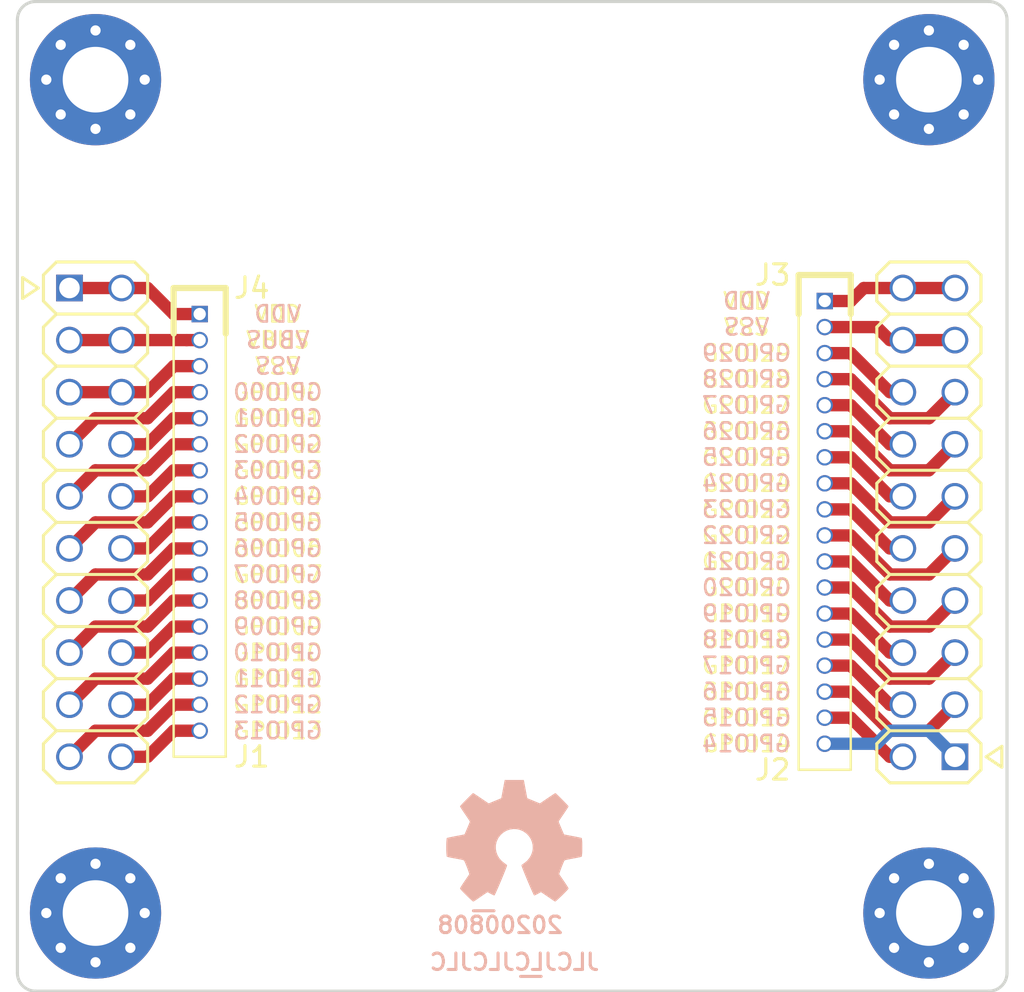
<source format=kicad_pcb>
(kicad_pcb (version 20171130) (host pcbnew 5.1.6-c6e7f7d~87~ubuntu19.10.1)

  (general
    (thickness 1.6)
    (drawings 78)
    (tracks 127)
    (zones 0)
    (modules 11)
    (nets 36)
  )

  (page A4)
  (layers
    (0 F.Cu signal)
    (31 B.Cu signal)
    (32 B.Adhes user)
    (33 F.Adhes user)
    (34 B.Paste user)
    (35 F.Paste user)
    (36 B.SilkS user)
    (37 F.SilkS user)
    (38 B.Mask user)
    (39 F.Mask user)
    (40 Dwgs.User user)
    (41 Cmts.User user)
    (42 Eco1.User user)
    (43 Eco2.User user)
    (44 Edge.Cuts user)
    (45 Margin user)
    (46 B.CrtYd user)
    (47 F.CrtYd user)
    (48 B.Fab user)
    (49 F.Fab user)
  )

  (setup
    (last_trace_width 0.127)
    (user_trace_width 0.15)
    (user_trace_width 0.2)
    (user_trace_width 0.3)
    (user_trace_width 0.4)
    (user_trace_width 0.6)
    (user_trace_width 1)
    (user_trace_width 1.5)
    (user_trace_width 2)
    (trace_clearance 0.127)
    (zone_clearance 0.3)
    (zone_45_only no)
    (trace_min 0.127)
    (via_size 0.6)
    (via_drill 0.3)
    (via_min_size 0.6)
    (via_min_drill 0.3)
    (user_via 0.6 0.3)
    (user_via 0.65 0.4)
    (user_via 0.75 0.6)
    (user_via 0.95 0.8)
    (user_via 1.3 1)
    (user_via 1.5 1.2)
    (user_via 1.7 1.4)
    (user_via 1.9 1.6)
    (uvia_size 0.6)
    (uvia_drill 0.3)
    (uvias_allowed no)
    (uvia_min_size 0.381)
    (uvia_min_drill 0.254)
    (edge_width 0.15)
    (segment_width 0.2)
    (pcb_text_width 0.3)
    (pcb_text_size 1.5 1.5)
    (mod_edge_width 0.15)
    (mod_text_size 0.8 0.8)
    (mod_text_width 0.12)
    (pad_size 0.7 1.8)
    (pad_drill 0)
    (pad_to_mask_clearance 0.1)
    (aux_axis_origin 0 0)
    (visible_elements FFFFFF7F)
    (pcbplotparams
      (layerselection 0x010fc_ffffffff)
      (usegerberextensions false)
      (usegerberattributes false)
      (usegerberadvancedattributes false)
      (creategerberjobfile false)
      (excludeedgelayer false)
      (linewidth 0.150000)
      (plotframeref false)
      (viasonmask false)
      (mode 1)
      (useauxorigin false)
      (hpglpennumber 1)
      (hpglpenspeed 20)
      (hpglpendiameter 15.000000)
      (psnegative false)
      (psa4output false)
      (plotreference true)
      (plotvalue true)
      (plotinvisibletext false)
      (padsonsilk false)
      (subtractmaskfromsilk false)
      (outputformat 1)
      (mirror false)
      (drillshape 0)
      (scaleselection 1)
      (outputdirectory "plots/"))
  )

  (net 0 "")
  (net 1 /VBUS)
  (net 2 /GPIO_13)
  (net 3 /GPIO_12)
  (net 4 /GPIO_11)
  (net 5 /GPIO_10)
  (net 6 /GPIO_09)
  (net 7 /GPIO_08)
  (net 8 /GPIO_07)
  (net 9 /GPIO_06)
  (net 10 /GPIO_05)
  (net 11 /GPIO_04)
  (net 12 /GPIO_03)
  (net 13 /GPIO_02)
  (net 14 /GPIO_01)
  (net 15 /GPIO_00)
  (net 16 /VSS1)
  (net 17 /VDD1)
  (net 18 /VDD2)
  (net 19 /VSS2)
  (net 20 /GPIO_29)
  (net 21 /GPIO_28)
  (net 22 /GPIO_27)
  (net 23 /GPIO_26)
  (net 24 /GPIO_25)
  (net 25 /GPIO_24)
  (net 26 /GPIO_23)
  (net 27 /GPIO_22)
  (net 28 /GPIO_21)
  (net 29 /GPIO_20)
  (net 30 /GPIO_19)
  (net 31 /GPIO_18)
  (net 32 /GPIO_17)
  (net 33 /GPIO_16)
  (net 34 /GPIO_15)
  (net 35 /GPIO_14)

  (net_class Default "This is the default net class."
    (clearance 0.127)
    (trace_width 0.127)
    (via_dia 0.6)
    (via_drill 0.3)
    (uvia_dia 0.6)
    (uvia_drill 0.3)
    (add_net /GPIO_00)
    (add_net /GPIO_01)
    (add_net /GPIO_02)
    (add_net /GPIO_03)
    (add_net /GPIO_04)
    (add_net /GPIO_05)
    (add_net /GPIO_06)
    (add_net /GPIO_07)
    (add_net /GPIO_08)
    (add_net /GPIO_09)
    (add_net /GPIO_10)
    (add_net /GPIO_11)
    (add_net /GPIO_12)
    (add_net /GPIO_13)
    (add_net /GPIO_14)
    (add_net /GPIO_15)
    (add_net /GPIO_16)
    (add_net /GPIO_17)
    (add_net /GPIO_18)
    (add_net /GPIO_19)
    (add_net /GPIO_20)
    (add_net /GPIO_21)
    (add_net /GPIO_22)
    (add_net /GPIO_23)
    (add_net /GPIO_24)
    (add_net /GPIO_25)
    (add_net /GPIO_26)
    (add_net /GPIO_27)
    (add_net /GPIO_28)
    (add_net /GPIO_29)
    (add_net /VBUS)
    (add_net /VDD1)
    (add_net /VDD2)
    (add_net /VSS1)
    (add_net /VSS2)
  )

  (module SquantorConnectors:Header-0127-1X17-H006 (layer F.Cu) (tedit 5F2DCE78) (tstamp 5F2E3A7C)
    (at 69.85 86.36 270)
    (descr "Header 1.27mm pitch 1 by 17 with 0.6mm holes")
    (tags "Header 1.27mm 1*17")
    (path /5F34098B)
    (fp_text reference J4 (at -11.43 -2.54 180) (layer F.SilkS)
      (effects (font (size 1 1) (thickness 0.15)))
    )
    (fp_text value PINS_1X17 (at 0 2.2 90) (layer F.Fab)
      (effects (font (size 1 1) (thickness 0.15)))
    )
    (fp_line (start -11.72 1.5) (end -11.72 -1.5) (layer F.CrtYd) (width 0.12))
    (fp_line (start 11.68 1.5) (end -11.72 1.5) (layer F.CrtYd) (width 0.12))
    (fp_line (start 11.68 -1.5) (end 11.68 1.5) (layer F.CrtYd) (width 0.12))
    (fp_line (start -11.72 -1.5) (end 11.68 -1.5) (layer F.CrtYd) (width 0.12))
    (fp_line (start 11.43 -1.27) (end 11.43 1.27) (layer F.SilkS) (width 0.12))
    (fp_line (start -9.2075 -1.27) (end -11.43 -1.27) (layer F.SilkS) (width 0.3))
    (fp_line (start -11.43 1.27) (end -9.2075 1.27) (layer F.SilkS) (width 0.3))
    (fp_line (start -11.43 1.27) (end -11.43 -1.27) (layer F.SilkS) (width 0.3))
    (fp_line (start -9.2075 -1.27) (end 11.43 -1.27) (layer F.SilkS) (width 0.12))
    (fp_line (start 11.43 1.27) (end -9.2075 1.27) (layer F.SilkS) (width 0.12))
    (pad 17 thru_hole circle (at 10.16 0 270) (size 0.8 0.8) (drill 0.6) (layers *.Cu *.Mask)
      (net 2 /GPIO_13))
    (pad 16 thru_hole circle (at 8.89 0 270) (size 0.8 0.8) (drill 0.6) (layers *.Cu *.Mask)
      (net 3 /GPIO_12))
    (pad 15 thru_hole circle (at 7.62 0 270) (size 0.8 0.8) (drill 0.6) (layers *.Cu *.Mask)
      (net 4 /GPIO_11))
    (pad 14 thru_hole circle (at 6.35 0 270) (size 0.8 0.8) (drill 0.6) (layers *.Cu *.Mask)
      (net 5 /GPIO_10))
    (pad 13 thru_hole circle (at 5.08 0 270) (size 0.8 0.8) (drill 0.6) (layers *.Cu *.Mask)
      (net 6 /GPIO_09))
    (pad 12 thru_hole circle (at 3.81 0 270) (size 0.8 0.8) (drill 0.6) (layers *.Cu *.Mask)
      (net 7 /GPIO_08))
    (pad 11 thru_hole circle (at 2.54 0 270) (size 0.8 0.8) (drill 0.6) (layers *.Cu *.Mask)
      (net 8 /GPIO_07))
    (pad 10 thru_hole circle (at 1.27 0 270) (size 0.8 0.8) (drill 0.6) (layers *.Cu *.Mask)
      (net 9 /GPIO_06))
    (pad 9 thru_hole circle (at 0 0 270) (size 0.8 0.8) (drill 0.6) (layers *.Cu *.Mask)
      (net 10 /GPIO_05))
    (pad 8 thru_hole circle (at -1.27 0 270) (size 0.8 0.8) (drill 0.6) (layers *.Cu *.Mask)
      (net 11 /GPIO_04))
    (pad 7 thru_hole circle (at -2.54 0 270) (size 0.8 0.8) (drill 0.6) (layers *.Cu *.Mask)
      (net 12 /GPIO_03))
    (pad 6 thru_hole circle (at -3.81 0 270) (size 0.8 0.8) (drill 0.6) (layers *.Cu *.Mask)
      (net 13 /GPIO_02))
    (pad 5 thru_hole circle (at -5.08 0 270) (size 0.8 0.8) (drill 0.6) (layers *.Cu *.Mask)
      (net 14 /GPIO_01))
    (pad 4 thru_hole circle (at -6.35 0 270) (size 0.8 0.8) (drill 0.6) (layers *.Cu *.Mask)
      (net 15 /GPIO_00))
    (pad 3 thru_hole circle (at -7.62 0 270) (size 0.8 0.8) (drill 0.6) (layers *.Cu *.Mask)
      (net 16 /VSS1))
    (pad 2 thru_hole circle (at -8.89 0 270) (size 0.8 0.8) (drill 0.6) (layers *.Cu *.Mask)
      (net 1 /VBUS))
    (pad 1 thru_hole rect (at -10.16 0 270) (size 0.8 0.8) (drill 0.6) (layers *.Cu *.Mask)
      (net 17 /VDD1))
  )

  (module SquantorConnectors:Header-0127-1X18-H006 (layer F.Cu) (tedit 5F2DCF55) (tstamp 5F2E3A61)
    (at 100.33 86.36 270)
    (descr "Header 1.27mm pitch 1 by 18 with 0.6mm holes")
    (tags "Header 1.27mm 1*18")
    (path /5F3585BD)
    (fp_text reference J3 (at -12.065 2.54 180) (layer F.SilkS)
      (effects (font (size 1 1) (thickness 0.15)))
    )
    (fp_text value PINS_1X18 (at 0 2.3 90) (layer F.Fab)
      (effects (font (size 1 1) (thickness 0.15)))
    )
    (fp_line (start -12.3 1.5) (end -12.3 -1.5) (layer F.CrtYd) (width 0.12))
    (fp_line (start 12.3 1.5) (end -12.3 1.5) (layer F.CrtYd) (width 0.12))
    (fp_line (start 12.3 -1.5) (end 12.3 1.5) (layer F.CrtYd) (width 0.12))
    (fp_line (start -12.3 -1.5) (end 12.3 -1.5) (layer F.CrtYd) (width 0.12))
    (fp_line (start -10.16 1.27) (end 12.065 1.27) (layer F.SilkS) (width 0.12))
    (fp_line (start 12.065 -1.27) (end -10.16 -1.27) (layer F.SilkS) (width 0.12))
    (fp_line (start -10.16 -1.27) (end -12.065 -1.27) (layer F.SilkS) (width 0.3))
    (fp_line (start -12.065 1.27) (end -10.16 1.27) (layer F.SilkS) (width 0.3))
    (fp_line (start -12.065 1.27) (end -12.065 -1.27) (layer F.SilkS) (width 0.3))
    (fp_line (start 12.065 -1.27) (end 12.065 1.27) (layer F.SilkS) (width 0.12))
    (pad 18 thru_hole circle (at 10.795 0 270) (size 0.8 0.8) (drill 0.6) (layers *.Cu *.Mask)
      (net 35 /GPIO_14))
    (pad 1 thru_hole rect (at -10.795 0 270) (size 0.8 0.8) (drill 0.6) (layers *.Cu *.Mask)
      (net 18 /VDD2))
    (pad 2 thru_hole circle (at -9.525 0 270) (size 0.8 0.8) (drill 0.6) (layers *.Cu *.Mask)
      (net 19 /VSS2))
    (pad 3 thru_hole circle (at -8.255 0 270) (size 0.8 0.8) (drill 0.6) (layers *.Cu *.Mask)
      (net 20 /GPIO_29))
    (pad 4 thru_hole circle (at -6.985 0 270) (size 0.8 0.8) (drill 0.6) (layers *.Cu *.Mask)
      (net 21 /GPIO_28))
    (pad 5 thru_hole circle (at -5.715 0 270) (size 0.8 0.8) (drill 0.6) (layers *.Cu *.Mask)
      (net 22 /GPIO_27))
    (pad 6 thru_hole circle (at -4.445 0 270) (size 0.8 0.8) (drill 0.6) (layers *.Cu *.Mask)
      (net 23 /GPIO_26))
    (pad 7 thru_hole circle (at -3.175 0 270) (size 0.8 0.8) (drill 0.6) (layers *.Cu *.Mask)
      (net 24 /GPIO_25))
    (pad 8 thru_hole circle (at -1.905 0 270) (size 0.8 0.8) (drill 0.6) (layers *.Cu *.Mask)
      (net 25 /GPIO_24))
    (pad 9 thru_hole circle (at -0.635 0 270) (size 0.8 0.8) (drill 0.6) (layers *.Cu *.Mask)
      (net 26 /GPIO_23))
    (pad 10 thru_hole circle (at 0.635 0 270) (size 0.8 0.8) (drill 0.6) (layers *.Cu *.Mask)
      (net 27 /GPIO_22))
    (pad 11 thru_hole circle (at 1.905 0 270) (size 0.8 0.8) (drill 0.6) (layers *.Cu *.Mask)
      (net 28 /GPIO_21))
    (pad 12 thru_hole circle (at 3.175 0 270) (size 0.8 0.8) (drill 0.6) (layers *.Cu *.Mask)
      (net 29 /GPIO_20))
    (pad 13 thru_hole circle (at 4.445 0 270) (size 0.8 0.8) (drill 0.6) (layers *.Cu *.Mask)
      (net 30 /GPIO_19))
    (pad 14 thru_hole circle (at 5.715 0 270) (size 0.8 0.8) (drill 0.6) (layers *.Cu *.Mask)
      (net 31 /GPIO_18))
    (pad 15 thru_hole circle (at 6.985 0 270) (size 0.8 0.8) (drill 0.6) (layers *.Cu *.Mask)
      (net 32 /GPIO_17))
    (pad 16 thru_hole circle (at 8.255 0 270) (size 0.8 0.8) (drill 0.6) (layers *.Cu *.Mask)
      (net 33 /GPIO_16))
    (pad 17 thru_hole circle (at 9.525 0 270) (size 0.8 0.8) (drill 0.6) (layers *.Cu *.Mask)
      (net 34 /GPIO_15))
  )

  (module SquantorLabels:Label_Generic (layer B.Cu) (tedit 5D8A7D4C) (tstamp 5D89B8A1)
    (at 83.7 105.9)
    (descr "Label for general purpose use")
    (tags Label)
    (path /5D6A68B9)
    (attr smd)
    (fp_text reference N2 (at 0 -1.85) (layer B.Fab) hide
      (effects (font (size 1 1) (thickness 0.15)) (justify mirror))
    )
    (fp_text value 20200808 (at 0.8 0.1) (layer B.SilkS)
      (effects (font (size 0.8 0.8) (thickness 0.15)) (justify mirror))
    )
    (fp_line (start -0.5 -0.6) (end 0.5 -0.6) (layer B.SilkS) (width 0.15))
  )

  (module Symbol:OSHW-Symbol_6.7x6mm_SilkScreen (layer B.Cu) (tedit 0) (tstamp 5D89B895)
    (at 85.2 101.9 180)
    (descr "Open Source Hardware Symbol")
    (tags "Logo Symbol OSHW")
    (path /5A135869)
    (attr virtual)
    (fp_text reference N1 (at 0 0) (layer B.SilkS) hide
      (effects (font (size 1 1) (thickness 0.15)) (justify mirror))
    )
    (fp_text value OHWLOGO (at 0.75 0) (layer B.Fab) hide
      (effects (font (size 1 1) (thickness 0.15)) (justify mirror))
    )
    (fp_poly (pts (xy 0.555814 2.531069) (xy 0.639635 2.086445) (xy 0.94892 1.958947) (xy 1.258206 1.831449)
      (xy 1.629246 2.083754) (xy 1.733157 2.154004) (xy 1.827087 2.216728) (xy 1.906652 2.269062)
      (xy 1.96747 2.308143) (xy 2.005157 2.331107) (xy 2.015421 2.336058) (xy 2.03391 2.323324)
      (xy 2.07342 2.288118) (xy 2.129522 2.234938) (xy 2.197787 2.168282) (xy 2.273786 2.092646)
      (xy 2.353092 2.012528) (xy 2.431275 1.932426) (xy 2.503907 1.856836) (xy 2.566559 1.790255)
      (xy 2.614803 1.737182) (xy 2.64421 1.702113) (xy 2.651241 1.690377) (xy 2.641123 1.66874)
      (xy 2.612759 1.621338) (xy 2.569129 1.552807) (xy 2.513218 1.467785) (xy 2.448006 1.370907)
      (xy 2.410219 1.31565) (xy 2.341343 1.214752) (xy 2.28014 1.123701) (xy 2.229578 1.04703)
      (xy 2.192628 0.989272) (xy 2.172258 0.954957) (xy 2.169197 0.947746) (xy 2.176136 0.927252)
      (xy 2.195051 0.879487) (xy 2.223087 0.811168) (xy 2.257391 0.729011) (xy 2.295109 0.63973)
      (xy 2.333387 0.550042) (xy 2.36937 0.466662) (xy 2.400206 0.396306) (xy 2.423039 0.34569)
      (xy 2.435017 0.321529) (xy 2.435724 0.320578) (xy 2.454531 0.315964) (xy 2.504618 0.305672)
      (xy 2.580793 0.290713) (xy 2.677865 0.272099) (xy 2.790643 0.250841) (xy 2.856442 0.238582)
      (xy 2.97695 0.215638) (xy 3.085797 0.193805) (xy 3.177476 0.174278) (xy 3.246481 0.158252)
      (xy 3.287304 0.146921) (xy 3.295511 0.143326) (xy 3.303548 0.118994) (xy 3.310033 0.064041)
      (xy 3.31497 -0.015108) (xy 3.318364 -0.112026) (xy 3.320218 -0.220287) (xy 3.320538 -0.333465)
      (xy 3.319327 -0.445135) (xy 3.31659 -0.548868) (xy 3.312331 -0.638241) (xy 3.306555 -0.706826)
      (xy 3.299267 -0.748197) (xy 3.294895 -0.75681) (xy 3.268764 -0.767133) (xy 3.213393 -0.781892)
      (xy 3.136107 -0.799352) (xy 3.04423 -0.81778) (xy 3.012158 -0.823741) (xy 2.857524 -0.852066)
      (xy 2.735375 -0.874876) (xy 2.641673 -0.89308) (xy 2.572384 -0.907583) (xy 2.523471 -0.919292)
      (xy 2.490897 -0.929115) (xy 2.470628 -0.937956) (xy 2.458626 -0.946724) (xy 2.456947 -0.948457)
      (xy 2.440184 -0.976371) (xy 2.414614 -1.030695) (xy 2.382788 -1.104777) (xy 2.34726 -1.191965)
      (xy 2.310583 -1.285608) (xy 2.275311 -1.379052) (xy 2.243996 -1.465647) (xy 2.219193 -1.53874)
      (xy 2.203454 -1.591678) (xy 2.199332 -1.617811) (xy 2.199676 -1.618726) (xy 2.213641 -1.640086)
      (xy 2.245322 -1.687084) (xy 2.291391 -1.754827) (xy 2.348518 -1.838423) (xy 2.413373 -1.932982)
      (xy 2.431843 -1.959854) (xy 2.497699 -2.057275) (xy 2.55565 -2.146163) (xy 2.602538 -2.221412)
      (xy 2.635207 -2.27792) (xy 2.6505 -2.310581) (xy 2.651241 -2.314593) (xy 2.638392 -2.335684)
      (xy 2.602888 -2.377464) (xy 2.549293 -2.435445) (xy 2.482171 -2.505135) (xy 2.406087 -2.582045)
      (xy 2.325604 -2.661683) (xy 2.245287 -2.739561) (xy 2.169699 -2.811186) (xy 2.103405 -2.87207)
      (xy 2.050969 -2.917721) (xy 2.016955 -2.94365) (xy 2.007545 -2.947883) (xy 1.985643 -2.937912)
      (xy 1.9408 -2.91102) (xy 1.880321 -2.871736) (xy 1.833789 -2.840117) (xy 1.749475 -2.782098)
      (xy 1.649626 -2.713784) (xy 1.549473 -2.645579) (xy 1.495627 -2.609075) (xy 1.313371 -2.4858)
      (xy 1.160381 -2.56852) (xy 1.090682 -2.604759) (xy 1.031414 -2.632926) (xy 0.991311 -2.648991)
      (xy 0.981103 -2.651226) (xy 0.968829 -2.634722) (xy 0.944613 -2.588082) (xy 0.910263 -2.515609)
      (xy 0.867588 -2.421606) (xy 0.818394 -2.310374) (xy 0.76449 -2.186215) (xy 0.707684 -2.053432)
      (xy 0.649782 -1.916327) (xy 0.592593 -1.779202) (xy 0.537924 -1.646358) (xy 0.487584 -1.522098)
      (xy 0.44338 -1.410725) (xy 0.407119 -1.316539) (xy 0.380609 -1.243844) (xy 0.365658 -1.196941)
      (xy 0.363254 -1.180833) (xy 0.382311 -1.160286) (xy 0.424036 -1.126933) (xy 0.479706 -1.087702)
      (xy 0.484378 -1.084599) (xy 0.628264 -0.969423) (xy 0.744283 -0.835053) (xy 0.83143 -0.685784)
      (xy 0.888699 -0.525913) (xy 0.915086 -0.359737) (xy 0.909585 -0.191552) (xy 0.87119 -0.025655)
      (xy 0.798895 0.133658) (xy 0.777626 0.168513) (xy 0.666996 0.309263) (xy 0.536302 0.422286)
      (xy 0.390064 0.506997) (xy 0.232808 0.562806) (xy 0.069057 0.589126) (xy -0.096667 0.58537)
      (xy -0.259838 0.55095) (xy -0.415935 0.485277) (xy -0.560433 0.387765) (xy -0.605131 0.348187)
      (xy -0.718888 0.224297) (xy -0.801782 0.093876) (xy -0.858644 -0.052315) (xy -0.890313 -0.197088)
      (xy -0.898131 -0.35986) (xy -0.872062 -0.52344) (xy -0.814755 -0.682298) (xy -0.728856 -0.830906)
      (xy -0.617014 -0.963735) (xy -0.481877 -1.075256) (xy -0.464117 -1.087011) (xy -0.40785 -1.125508)
      (xy -0.365077 -1.158863) (xy -0.344628 -1.18016) (xy -0.344331 -1.180833) (xy -0.348721 -1.203871)
      (xy -0.366124 -1.256157) (xy -0.394732 -1.33339) (xy -0.432735 -1.431268) (xy -0.478326 -1.545491)
      (xy -0.529697 -1.671758) (xy -0.585038 -1.805767) (xy -0.642542 -1.943218) (xy -0.700399 -2.079808)
      (xy -0.756802 -2.211237) (xy -0.809942 -2.333205) (xy -0.85801 -2.441409) (xy -0.899199 -2.531549)
      (xy -0.931699 -2.599323) (xy -0.953703 -2.64043) (xy -0.962564 -2.651226) (xy -0.98964 -2.642819)
      (xy -1.040303 -2.620272) (xy -1.105817 -2.587613) (xy -1.141841 -2.56852) (xy -1.294832 -2.4858)
      (xy -1.477088 -2.609075) (xy -1.570125 -2.672228) (xy -1.671985 -2.741727) (xy -1.767438 -2.807165)
      (xy -1.81525 -2.840117) (xy -1.882495 -2.885273) (xy -1.939436 -2.921057) (xy -1.978646 -2.942938)
      (xy -1.991381 -2.947563) (xy -2.009917 -2.935085) (xy -2.050941 -2.900252) (xy -2.110475 -2.846678)
      (xy -2.184542 -2.777983) (xy -2.269165 -2.697781) (xy -2.322685 -2.646286) (xy -2.416319 -2.554286)
      (xy -2.497241 -2.471999) (xy -2.562177 -2.402945) (xy -2.607858 -2.350644) (xy -2.631011 -2.318616)
      (xy -2.633232 -2.312116) (xy -2.622924 -2.287394) (xy -2.594439 -2.237405) (xy -2.550937 -2.167212)
      (xy -2.495577 -2.081875) (xy -2.43152 -1.986456) (xy -2.413303 -1.959854) (xy -2.346927 -1.863167)
      (xy -2.287378 -1.776117) (xy -2.237984 -1.703595) (xy -2.202075 -1.650493) (xy -2.182981 -1.621703)
      (xy -2.181136 -1.618726) (xy -2.183895 -1.595782) (xy -2.198538 -1.545336) (xy -2.222513 -1.474041)
      (xy -2.253266 -1.388547) (xy -2.288244 -1.295507) (xy -2.324893 -1.201574) (xy -2.360661 -1.113399)
      (xy -2.392994 -1.037634) (xy -2.419338 -0.980931) (xy -2.437142 -0.949943) (xy -2.438407 -0.948457)
      (xy -2.449294 -0.939601) (xy -2.467682 -0.930843) (xy -2.497606 -0.921277) (xy -2.543103 -0.909996)
      (xy -2.608209 -0.896093) (xy -2.696961 -0.878663) (xy -2.813393 -0.856798) (xy -2.961542 -0.829591)
      (xy -2.993618 -0.823741) (xy -3.088686 -0.805374) (xy -3.171565 -0.787405) (xy -3.23493 -0.771569)
      (xy -3.271458 -0.7596) (xy -3.276356 -0.75681) (xy -3.284427 -0.732072) (xy -3.290987 -0.67679)
      (xy -3.296033 -0.597389) (xy -3.299559 -0.500296) (xy -3.301561 -0.391938) (xy -3.302036 -0.27874)
      (xy -3.300977 -0.167128) (xy -3.298382 -0.063529) (xy -3.294246 0.025632) (xy -3.288563 0.093928)
      (xy -3.281331 0.134934) (xy -3.276971 0.143326) (xy -3.252698 0.151792) (xy -3.197426 0.165565)
      (xy -3.116662 0.18345) (xy -3.015912 0.204252) (xy -2.900683 0.226777) (xy -2.837902 0.238582)
      (xy -2.718787 0.260849) (xy -2.612565 0.281021) (xy -2.524427 0.298085) (xy -2.459566 0.311031)
      (xy -2.423174 0.318845) (xy -2.417184 0.320578) (xy -2.407061 0.34011) (xy -2.385662 0.387157)
      (xy -2.355839 0.454997) (xy -2.320445 0.536909) (xy -2.282332 0.626172) (xy -2.244353 0.716065)
      (xy -2.20936 0.799865) (xy -2.180206 0.870853) (xy -2.159743 0.922306) (xy -2.150823 0.947503)
      (xy -2.150657 0.948604) (xy -2.160769 0.968481) (xy -2.189117 1.014223) (xy -2.232723 1.081283)
      (xy -2.288606 1.165116) (xy -2.353787 1.261174) (xy -2.391679 1.31635) (xy -2.460725 1.417519)
      (xy -2.52205 1.50937) (xy -2.572663 1.587256) (xy -2.609571 1.646531) (xy -2.629782 1.682549)
      (xy -2.632701 1.690623) (xy -2.620153 1.709416) (xy -2.585463 1.749543) (xy -2.533063 1.806507)
      (xy -2.467384 1.875815) (xy -2.392856 1.952969) (xy -2.313913 2.033475) (xy -2.234983 2.112837)
      (xy -2.1605 2.18656) (xy -2.094894 2.250148) (xy -2.042596 2.299106) (xy -2.008039 2.328939)
      (xy -1.996478 2.336058) (xy -1.977654 2.326047) (xy -1.932631 2.297922) (xy -1.865787 2.254546)
      (xy -1.781499 2.198782) (xy -1.684144 2.133494) (xy -1.610707 2.083754) (xy -1.239667 1.831449)
      (xy -0.621095 2.086445) (xy -0.537275 2.531069) (xy -0.453454 2.975693) (xy 0.471994 2.975693)
      (xy 0.555814 2.531069)) (layer B.SilkS) (width 0.01))
  )

  (module SquantorConnectors:Header-0254-2X10-H010 (layer F.Cu) (tedit 5D87C4C2) (tstamp 5F2AA098)
    (at 105.41 86.36 90)
    (descr "PIN HEADER")
    (tags "PIN HEADER")
    (path /5F2AD81B)
    (attr virtual)
    (fp_text reference J2 (at -12.065 -7.62 180) (layer F.SilkS)
      (effects (font (size 1 1) (thickness 0.15)))
    )
    (fp_text value nuclone_small_right (at 0 3.81 90) (layer F.Fab)
      (effects (font (size 1 1) (thickness 0.15)))
    )
    (fp_line (start -12.7 1.905) (end -12.065 2.54) (layer F.SilkS) (width 0.15))
    (fp_line (start -10.795 2.54) (end -10.16 1.905) (layer F.SilkS) (width 0.15))
    (fp_line (start -10.16 1.905) (end -9.525 2.54) (layer F.SilkS) (width 0.15))
    (fp_line (start -8.255 2.54) (end -7.62 1.905) (layer F.SilkS) (width 0.15))
    (fp_line (start -7.62 1.905) (end -6.985 2.54) (layer F.SilkS) (width 0.15))
    (fp_line (start -5.715 2.54) (end -5.08 1.905) (layer F.SilkS) (width 0.15))
    (fp_line (start -5.08 1.905) (end -4.445 2.54) (layer F.SilkS) (width 0.15))
    (fp_line (start -3.175 2.54) (end -2.54 1.905) (layer F.SilkS) (width 0.15))
    (fp_line (start -2.54 1.905) (end -1.905 2.54) (layer F.SilkS) (width 0.15))
    (fp_line (start -0.635 2.54) (end 0 1.905) (layer F.SilkS) (width 0.15))
    (fp_line (start 0 1.905) (end 0.635 2.54) (layer F.SilkS) (width 0.15))
    (fp_line (start 1.905 2.54) (end 2.54 1.905) (layer F.SilkS) (width 0.15))
    (fp_line (start -12.7 1.905) (end -12.7 -1.905) (layer F.SilkS) (width 0.15))
    (fp_line (start -12.7 -1.905) (end -12.065 -2.54) (layer F.SilkS) (width 0.15))
    (fp_line (start -12.065 -2.54) (end -10.795 -2.54) (layer F.SilkS) (width 0.15))
    (fp_line (start -10.795 -2.54) (end -10.16 -1.905) (layer F.SilkS) (width 0.15))
    (fp_line (start -10.16 -1.905) (end -9.525 -2.54) (layer F.SilkS) (width 0.15))
    (fp_line (start -9.525 -2.54) (end -8.255 -2.54) (layer F.SilkS) (width 0.15))
    (fp_line (start -8.255 -2.54) (end -7.62 -1.905) (layer F.SilkS) (width 0.15))
    (fp_line (start -7.62 -1.905) (end -6.985 -2.54) (layer F.SilkS) (width 0.15))
    (fp_line (start -6.985 -2.54) (end -5.715 -2.54) (layer F.SilkS) (width 0.15))
    (fp_line (start -5.715 -2.54) (end -5.08 -1.905) (layer F.SilkS) (width 0.15))
    (fp_line (start -5.08 -1.905) (end -4.445 -2.54) (layer F.SilkS) (width 0.15))
    (fp_line (start -4.445 -2.54) (end -3.175 -2.54) (layer F.SilkS) (width 0.15))
    (fp_line (start -3.175 -2.54) (end -2.54 -1.905) (layer F.SilkS) (width 0.15))
    (fp_line (start -2.54 -1.905) (end -1.905 -2.54) (layer F.SilkS) (width 0.15))
    (fp_line (start -1.905 -2.54) (end -0.635 -2.54) (layer F.SilkS) (width 0.15))
    (fp_line (start -0.635 -2.54) (end 0 -1.905) (layer F.SilkS) (width 0.15))
    (fp_line (start 0 -1.905) (end 0.635 -2.54) (layer F.SilkS) (width 0.15))
    (fp_line (start 0.635 -2.54) (end 1.905 -2.54) (layer F.SilkS) (width 0.15))
    (fp_line (start 1.905 -2.54) (end 2.54 -1.905) (layer F.SilkS) (width 0.15))
    (fp_line (start 2.54 -1.905) (end 3.175 -2.54) (layer F.SilkS) (width 0.15))
    (fp_line (start 3.175 -2.54) (end 4.445 -2.54) (layer F.SilkS) (width 0.15))
    (fp_line (start 4.445 -2.54) (end 5.08 -1.905) (layer F.SilkS) (width 0.15))
    (fp_line (start 5.08 -1.905) (end 5.715 -2.54) (layer F.SilkS) (width 0.15))
    (fp_line (start 5.715 -2.54) (end 6.985 -2.54) (layer F.SilkS) (width 0.15))
    (fp_line (start 6.985 -2.54) (end 7.62 -1.905) (layer F.SilkS) (width 0.15))
    (fp_line (start 7.62 -1.905) (end 8.255 -2.54) (layer F.SilkS) (width 0.15))
    (fp_line (start 8.255 -2.54) (end 9.525 -2.54) (layer F.SilkS) (width 0.15))
    (fp_line (start 9.525 -2.54) (end 10.16 -1.905) (layer F.SilkS) (width 0.15))
    (fp_line (start 10.16 1.905) (end 9.525 2.54) (layer F.SilkS) (width 0.15))
    (fp_line (start 7.62 1.905) (end 8.255 2.54) (layer F.SilkS) (width 0.15))
    (fp_line (start 7.62 1.905) (end 6.985 2.54) (layer F.SilkS) (width 0.15))
    (fp_line (start 5.08 1.905) (end 5.715 2.54) (layer F.SilkS) (width 0.15))
    (fp_line (start 5.08 1.905) (end 4.445 2.54) (layer F.SilkS) (width 0.15))
    (fp_line (start 2.54 1.905) (end 3.175 2.54) (layer F.SilkS) (width 0.15))
    (fp_line (start -10.16 -1.905) (end -10.16 1.905) (layer F.SilkS) (width 0.15))
    (fp_line (start -7.62 -1.905) (end -7.62 1.905) (layer F.SilkS) (width 0.15))
    (fp_line (start -5.08 -1.905) (end -5.08 1.905) (layer F.SilkS) (width 0.15))
    (fp_line (start -2.54 -1.905) (end -2.54 1.905) (layer F.SilkS) (width 0.15))
    (fp_line (start 0 -1.905) (end 0 1.905) (layer F.SilkS) (width 0.15))
    (fp_line (start 2.54 -1.905) (end 2.54 1.905) (layer F.SilkS) (width 0.15))
    (fp_line (start 5.08 -1.905) (end 5.08 1.905) (layer F.SilkS) (width 0.15))
    (fp_line (start 7.62 -1.905) (end 7.62 1.905) (layer F.SilkS) (width 0.15))
    (fp_line (start 10.16 -1.905) (end 10.16 1.905) (layer F.SilkS) (width 0.15))
    (fp_line (start 8.255 2.54) (end 9.525 2.54) (layer F.SilkS) (width 0.15))
    (fp_line (start 5.715 2.54) (end 6.985 2.54) (layer F.SilkS) (width 0.15))
    (fp_line (start 3.175 2.54) (end 4.445 2.54) (layer F.SilkS) (width 0.15))
    (fp_line (start 0.635 2.54) (end 1.905 2.54) (layer F.SilkS) (width 0.15))
    (fp_line (start -1.905 2.54) (end -0.635 2.54) (layer F.SilkS) (width 0.15))
    (fp_line (start -4.445 2.54) (end -3.175 2.54) (layer F.SilkS) (width 0.15))
    (fp_line (start -6.985 2.54) (end -5.715 2.54) (layer F.SilkS) (width 0.15))
    (fp_line (start -9.525 2.54) (end -8.255 2.54) (layer F.SilkS) (width 0.15))
    (fp_line (start -12.065 2.54) (end -10.795 2.54) (layer F.SilkS) (width 0.15))
    (fp_line (start 10.16 -1.905) (end 10.795 -2.54) (layer F.SilkS) (width 0.15))
    (fp_line (start 10.795 -2.54) (end 12.065 -2.54) (layer F.SilkS) (width 0.15))
    (fp_line (start 12.065 -2.54) (end 12.7 -1.905) (layer F.SilkS) (width 0.15))
    (fp_line (start 12.7 1.905) (end 12.065 2.54) (layer F.SilkS) (width 0.15))
    (fp_line (start 10.16 1.905) (end 10.795 2.54) (layer F.SilkS) (width 0.15))
    (fp_line (start 12.7 -1.905) (end 12.7 1.905) (layer F.SilkS) (width 0.15))
    (fp_line (start 10.795 2.54) (end 12.065 2.54) (layer F.SilkS) (width 0.15))
    (fp_line (start -11.43 2.794) (end -11.938 3.556) (layer F.SilkS) (width 0.15))
    (fp_line (start -11.938 3.556) (end -10.922 3.556) (layer F.SilkS) (width 0.15))
    (fp_line (start -10.922 3.556) (end -11.43 2.794) (layer F.SilkS) (width 0.15))
    (pad 20 thru_hole circle (at 11.43 -1.27 90) (size 1.3 1.3) (drill 1) (layers *.Cu *.Mask)
      (net 18 /VDD2))
    (pad 19 thru_hole circle (at 11.43 1.27 90) (size 1.3 1.3) (drill 1) (layers *.Cu *.Mask)
      (net 18 /VDD2))
    (pad 18 thru_hole circle (at 8.89 -1.27 90) (size 1.3 1.3) (drill 1) (layers *.Cu *.Mask)
      (net 19 /VSS2))
    (pad 17 thru_hole circle (at 8.89 1.27 90) (size 1.3 1.3) (drill 1) (layers *.Cu *.Mask)
      (net 19 /VSS2))
    (pad 16 thru_hole circle (at 6.35 -1.27 90) (size 1.3 1.3) (drill 1) (layers *.Cu *.Mask)
      (net 20 /GPIO_29))
    (pad 15 thru_hole circle (at 6.35 1.27 90) (size 1.3 1.3) (drill 1) (layers *.Cu *.Mask)
      (net 21 /GPIO_28))
    (pad 14 thru_hole circle (at 3.81 -1.27 90) (size 1.3 1.3) (drill 1) (layers *.Cu *.Mask)
      (net 22 /GPIO_27))
    (pad 13 thru_hole circle (at 3.81 1.27 90) (size 1.3 1.3) (drill 1) (layers *.Cu *.Mask)
      (net 23 /GPIO_26))
    (pad 12 thru_hole circle (at 1.27 -1.27 90) (size 1.3 1.3) (drill 1) (layers *.Cu *.Mask)
      (net 24 /GPIO_25))
    (pad 11 thru_hole circle (at 1.27 1.27 90) (size 1.3 1.3) (drill 1) (layers *.Cu *.Mask)
      (net 25 /GPIO_24))
    (pad 10 thru_hole circle (at -1.27 -1.27 90) (size 1.3 1.3) (drill 1) (layers *.Cu *.Mask)
      (net 26 /GPIO_23))
    (pad 9 thru_hole circle (at -1.27 1.27 90) (size 1.3 1.3) (drill 1) (layers *.Cu *.Mask)
      (net 27 /GPIO_22))
    (pad 8 thru_hole circle (at -3.81 -1.27 90) (size 1.3 1.3) (drill 1) (layers *.Cu *.Mask)
      (net 28 /GPIO_21))
    (pad 7 thru_hole circle (at -3.81 1.27 90) (size 1.3 1.3) (drill 1) (layers *.Cu *.Mask)
      (net 29 /GPIO_20))
    (pad 6 thru_hole circle (at -6.35 -1.27 90) (size 1.3 1.3) (drill 1) (layers *.Cu *.Mask)
      (net 30 /GPIO_19))
    (pad 5 thru_hole circle (at -6.35 1.27 90) (size 1.3 1.3) (drill 1) (layers *.Cu *.Mask)
      (net 31 /GPIO_18))
    (pad 4 thru_hole circle (at -8.89 -1.27 90) (size 1.3 1.3) (drill 1) (layers *.Cu *.Mask)
      (net 32 /GPIO_17))
    (pad 3 thru_hole circle (at -8.89 1.27 90) (size 1.3 1.3) (drill 1) (layers *.Cu *.Mask)
      (net 33 /GPIO_16))
    (pad 2 thru_hole circle (at -11.43 -1.27 90) (size 1.3 1.3) (drill 1) (layers *.Cu *.Mask)
      (net 34 /GPIO_15))
    (pad 1 thru_hole rect (at -11.43 1.27 90) (size 1.3 1.3) (drill 1) (layers *.Cu *.Mask)
      (net 35 /GPIO_14))
    (model ${KISYS3DMOD}/Connector_PinHeader_2.54mm.3dshapes/PinHeader_2x10_P2.54mm_Vertical.step
      (offset (xyz -11.43 -1.27 0))
      (scale (xyz 1 1 1))
      (rotate (xyz 0 0 -90))
    )
  )

  (module SquantorConnectors:Header-0254-2X10-H010 (layer F.Cu) (tedit 5D87C4C2) (tstamp 5F2AA036)
    (at 64.77 86.36 270)
    (descr "PIN HEADER")
    (tags "PIN HEADER")
    (path /5F2AC8A4)
    (attr virtual)
    (fp_text reference J1 (at 11.43 -7.62 180) (layer F.SilkS)
      (effects (font (size 1 1) (thickness 0.15)))
    )
    (fp_text value nuclone_small_left (at 0 3.81 90) (layer F.Fab)
      (effects (font (size 1 1) (thickness 0.15)))
    )
    (fp_line (start -12.7 1.905) (end -12.065 2.54) (layer F.SilkS) (width 0.15))
    (fp_line (start -10.795 2.54) (end -10.16 1.905) (layer F.SilkS) (width 0.15))
    (fp_line (start -10.16 1.905) (end -9.525 2.54) (layer F.SilkS) (width 0.15))
    (fp_line (start -8.255 2.54) (end -7.62 1.905) (layer F.SilkS) (width 0.15))
    (fp_line (start -7.62 1.905) (end -6.985 2.54) (layer F.SilkS) (width 0.15))
    (fp_line (start -5.715 2.54) (end -5.08 1.905) (layer F.SilkS) (width 0.15))
    (fp_line (start -5.08 1.905) (end -4.445 2.54) (layer F.SilkS) (width 0.15))
    (fp_line (start -3.175 2.54) (end -2.54 1.905) (layer F.SilkS) (width 0.15))
    (fp_line (start -2.54 1.905) (end -1.905 2.54) (layer F.SilkS) (width 0.15))
    (fp_line (start -0.635 2.54) (end 0 1.905) (layer F.SilkS) (width 0.15))
    (fp_line (start 0 1.905) (end 0.635 2.54) (layer F.SilkS) (width 0.15))
    (fp_line (start 1.905 2.54) (end 2.54 1.905) (layer F.SilkS) (width 0.15))
    (fp_line (start -12.7 1.905) (end -12.7 -1.905) (layer F.SilkS) (width 0.15))
    (fp_line (start -12.7 -1.905) (end -12.065 -2.54) (layer F.SilkS) (width 0.15))
    (fp_line (start -12.065 -2.54) (end -10.795 -2.54) (layer F.SilkS) (width 0.15))
    (fp_line (start -10.795 -2.54) (end -10.16 -1.905) (layer F.SilkS) (width 0.15))
    (fp_line (start -10.16 -1.905) (end -9.525 -2.54) (layer F.SilkS) (width 0.15))
    (fp_line (start -9.525 -2.54) (end -8.255 -2.54) (layer F.SilkS) (width 0.15))
    (fp_line (start -8.255 -2.54) (end -7.62 -1.905) (layer F.SilkS) (width 0.15))
    (fp_line (start -7.62 -1.905) (end -6.985 -2.54) (layer F.SilkS) (width 0.15))
    (fp_line (start -6.985 -2.54) (end -5.715 -2.54) (layer F.SilkS) (width 0.15))
    (fp_line (start -5.715 -2.54) (end -5.08 -1.905) (layer F.SilkS) (width 0.15))
    (fp_line (start -5.08 -1.905) (end -4.445 -2.54) (layer F.SilkS) (width 0.15))
    (fp_line (start -4.445 -2.54) (end -3.175 -2.54) (layer F.SilkS) (width 0.15))
    (fp_line (start -3.175 -2.54) (end -2.54 -1.905) (layer F.SilkS) (width 0.15))
    (fp_line (start -2.54 -1.905) (end -1.905 -2.54) (layer F.SilkS) (width 0.15))
    (fp_line (start -1.905 -2.54) (end -0.635 -2.54) (layer F.SilkS) (width 0.15))
    (fp_line (start -0.635 -2.54) (end 0 -1.905) (layer F.SilkS) (width 0.15))
    (fp_line (start 0 -1.905) (end 0.635 -2.54) (layer F.SilkS) (width 0.15))
    (fp_line (start 0.635 -2.54) (end 1.905 -2.54) (layer F.SilkS) (width 0.15))
    (fp_line (start 1.905 -2.54) (end 2.54 -1.905) (layer F.SilkS) (width 0.15))
    (fp_line (start 2.54 -1.905) (end 3.175 -2.54) (layer F.SilkS) (width 0.15))
    (fp_line (start 3.175 -2.54) (end 4.445 -2.54) (layer F.SilkS) (width 0.15))
    (fp_line (start 4.445 -2.54) (end 5.08 -1.905) (layer F.SilkS) (width 0.15))
    (fp_line (start 5.08 -1.905) (end 5.715 -2.54) (layer F.SilkS) (width 0.15))
    (fp_line (start 5.715 -2.54) (end 6.985 -2.54) (layer F.SilkS) (width 0.15))
    (fp_line (start 6.985 -2.54) (end 7.62 -1.905) (layer F.SilkS) (width 0.15))
    (fp_line (start 7.62 -1.905) (end 8.255 -2.54) (layer F.SilkS) (width 0.15))
    (fp_line (start 8.255 -2.54) (end 9.525 -2.54) (layer F.SilkS) (width 0.15))
    (fp_line (start 9.525 -2.54) (end 10.16 -1.905) (layer F.SilkS) (width 0.15))
    (fp_line (start 10.16 1.905) (end 9.525 2.54) (layer F.SilkS) (width 0.15))
    (fp_line (start 7.62 1.905) (end 8.255 2.54) (layer F.SilkS) (width 0.15))
    (fp_line (start 7.62 1.905) (end 6.985 2.54) (layer F.SilkS) (width 0.15))
    (fp_line (start 5.08 1.905) (end 5.715 2.54) (layer F.SilkS) (width 0.15))
    (fp_line (start 5.08 1.905) (end 4.445 2.54) (layer F.SilkS) (width 0.15))
    (fp_line (start 2.54 1.905) (end 3.175 2.54) (layer F.SilkS) (width 0.15))
    (fp_line (start -10.16 -1.905) (end -10.16 1.905) (layer F.SilkS) (width 0.15))
    (fp_line (start -7.62 -1.905) (end -7.62 1.905) (layer F.SilkS) (width 0.15))
    (fp_line (start -5.08 -1.905) (end -5.08 1.905) (layer F.SilkS) (width 0.15))
    (fp_line (start -2.54 -1.905) (end -2.54 1.905) (layer F.SilkS) (width 0.15))
    (fp_line (start 0 -1.905) (end 0 1.905) (layer F.SilkS) (width 0.15))
    (fp_line (start 2.54 -1.905) (end 2.54 1.905) (layer F.SilkS) (width 0.15))
    (fp_line (start 5.08 -1.905) (end 5.08 1.905) (layer F.SilkS) (width 0.15))
    (fp_line (start 7.62 -1.905) (end 7.62 1.905) (layer F.SilkS) (width 0.15))
    (fp_line (start 10.16 -1.905) (end 10.16 1.905) (layer F.SilkS) (width 0.15))
    (fp_line (start 8.255 2.54) (end 9.525 2.54) (layer F.SilkS) (width 0.15))
    (fp_line (start 5.715 2.54) (end 6.985 2.54) (layer F.SilkS) (width 0.15))
    (fp_line (start 3.175 2.54) (end 4.445 2.54) (layer F.SilkS) (width 0.15))
    (fp_line (start 0.635 2.54) (end 1.905 2.54) (layer F.SilkS) (width 0.15))
    (fp_line (start -1.905 2.54) (end -0.635 2.54) (layer F.SilkS) (width 0.15))
    (fp_line (start -4.445 2.54) (end -3.175 2.54) (layer F.SilkS) (width 0.15))
    (fp_line (start -6.985 2.54) (end -5.715 2.54) (layer F.SilkS) (width 0.15))
    (fp_line (start -9.525 2.54) (end -8.255 2.54) (layer F.SilkS) (width 0.15))
    (fp_line (start -12.065 2.54) (end -10.795 2.54) (layer F.SilkS) (width 0.15))
    (fp_line (start 10.16 -1.905) (end 10.795 -2.54) (layer F.SilkS) (width 0.15))
    (fp_line (start 10.795 -2.54) (end 12.065 -2.54) (layer F.SilkS) (width 0.15))
    (fp_line (start 12.065 -2.54) (end 12.7 -1.905) (layer F.SilkS) (width 0.15))
    (fp_line (start 12.7 1.905) (end 12.065 2.54) (layer F.SilkS) (width 0.15))
    (fp_line (start 10.16 1.905) (end 10.795 2.54) (layer F.SilkS) (width 0.15))
    (fp_line (start 12.7 -1.905) (end 12.7 1.905) (layer F.SilkS) (width 0.15))
    (fp_line (start 10.795 2.54) (end 12.065 2.54) (layer F.SilkS) (width 0.15))
    (fp_line (start -11.43 2.794) (end -11.938 3.556) (layer F.SilkS) (width 0.15))
    (fp_line (start -11.938 3.556) (end -10.922 3.556) (layer F.SilkS) (width 0.15))
    (fp_line (start -10.922 3.556) (end -11.43 2.794) (layer F.SilkS) (width 0.15))
    (pad 20 thru_hole circle (at 11.43 -1.27 270) (size 1.3 1.3) (drill 1) (layers *.Cu *.Mask)
      (net 2 /GPIO_13))
    (pad 19 thru_hole circle (at 11.43 1.27 270) (size 1.3 1.3) (drill 1) (layers *.Cu *.Mask)
      (net 3 /GPIO_12))
    (pad 18 thru_hole circle (at 8.89 -1.27 270) (size 1.3 1.3) (drill 1) (layers *.Cu *.Mask)
      (net 4 /GPIO_11))
    (pad 17 thru_hole circle (at 8.89 1.27 270) (size 1.3 1.3) (drill 1) (layers *.Cu *.Mask)
      (net 5 /GPIO_10))
    (pad 16 thru_hole circle (at 6.35 -1.27 270) (size 1.3 1.3) (drill 1) (layers *.Cu *.Mask)
      (net 6 /GPIO_09))
    (pad 15 thru_hole circle (at 6.35 1.27 270) (size 1.3 1.3) (drill 1) (layers *.Cu *.Mask)
      (net 7 /GPIO_08))
    (pad 14 thru_hole circle (at 3.81 -1.27 270) (size 1.3 1.3) (drill 1) (layers *.Cu *.Mask)
      (net 8 /GPIO_07))
    (pad 13 thru_hole circle (at 3.81 1.27 270) (size 1.3 1.3) (drill 1) (layers *.Cu *.Mask)
      (net 9 /GPIO_06))
    (pad 12 thru_hole circle (at 1.27 -1.27 270) (size 1.3 1.3) (drill 1) (layers *.Cu *.Mask)
      (net 10 /GPIO_05))
    (pad 11 thru_hole circle (at 1.27 1.27 270) (size 1.3 1.3) (drill 1) (layers *.Cu *.Mask)
      (net 11 /GPIO_04))
    (pad 10 thru_hole circle (at -1.27 -1.27 270) (size 1.3 1.3) (drill 1) (layers *.Cu *.Mask)
      (net 12 /GPIO_03))
    (pad 9 thru_hole circle (at -1.27 1.27 270) (size 1.3 1.3) (drill 1) (layers *.Cu *.Mask)
      (net 13 /GPIO_02))
    (pad 8 thru_hole circle (at -3.81 -1.27 270) (size 1.3 1.3) (drill 1) (layers *.Cu *.Mask)
      (net 14 /GPIO_01))
    (pad 7 thru_hole circle (at -3.81 1.27 270) (size 1.3 1.3) (drill 1) (layers *.Cu *.Mask)
      (net 15 /GPIO_00))
    (pad 6 thru_hole circle (at -6.35 -1.27 270) (size 1.3 1.3) (drill 1) (layers *.Cu *.Mask)
      (net 16 /VSS1))
    (pad 5 thru_hole circle (at -6.35 1.27 270) (size 1.3 1.3) (drill 1) (layers *.Cu *.Mask)
      (net 16 /VSS1))
    (pad 4 thru_hole circle (at -8.89 -1.27 270) (size 1.3 1.3) (drill 1) (layers *.Cu *.Mask)
      (net 1 /VBUS))
    (pad 3 thru_hole circle (at -8.89 1.27 270) (size 1.3 1.3) (drill 1) (layers *.Cu *.Mask)
      (net 1 /VBUS))
    (pad 2 thru_hole circle (at -11.43 -1.27 270) (size 1.3 1.3) (drill 1) (layers *.Cu *.Mask)
      (net 17 /VDD1))
    (pad 1 thru_hole rect (at -11.43 1.27 270) (size 1.3 1.3) (drill 1) (layers *.Cu *.Mask)
      (net 17 /VDD1))
    (model ${KISYS3DMOD}/Connector_PinHeader_2.54mm.3dshapes/PinHeader_2x10_P2.54mm_Vertical.step
      (offset (xyz -11.43 -1.27 0))
      (scale (xyz 1 1 1))
      (rotate (xyz 0 0 -90))
    )
  )

  (module SquantorLabels:Label_Generic (layer B.Cu) (tedit 5D8A7D4C) (tstamp 5D8B1EB2)
    (at 86 107.9 180)
    (descr "Label for general purpose use")
    (tags Label)
    (path /5D8B1B32)
    (attr smd)
    (fp_text reference N3 (at 0 -1.85) (layer B.Fab) hide
      (effects (font (size 1 1) (thickness 0.15)) (justify mirror))
    )
    (fp_text value JLCJLCJLCJLC (at 0.8 0.1) (layer B.SilkS)
      (effects (font (size 0.8 0.8) (thickness 0.15)) (justify mirror))
    )
    (fp_line (start -0.5 -0.6) (end 0.5 -0.6) (layer B.SilkS) (width 0.15))
  )

  (module MountingHole:MountingHole_3.2mm_M3_Pad_Via locked (layer F.Cu) (tedit 56DDBCCA) (tstamp 5D6721B4)
    (at 64.77 64.77)
    (descr "Mounting Hole 3.2mm, M3")
    (tags "mounting hole 3.2mm m3")
    (path /5D6A1740)
    (attr virtual)
    (fp_text reference H1 (at 0 4.23) (layer F.SilkS) hide
      (effects (font (size 1 1) (thickness 0.15)))
    )
    (fp_text value MountingHole (at 0 4.2) (layer F.Fab) hide
      (effects (font (size 1 1) (thickness 0.15)))
    )
    (fp_circle (center 0 0) (end 3.2 0) (layer Cmts.User) (width 0.15))
    (fp_circle (center 0 0) (end 3.45 0) (layer F.CrtYd) (width 0.05))
    (fp_text user %R (at 0.3 0) (layer F.Fab)
      (effects (font (size 1 1) (thickness 0.15)))
    )
    (pad 1 thru_hole circle (at 1.697056 -1.697056) (size 0.8 0.8) (drill 0.5) (layers *.Cu *.Mask))
    (pad 1 thru_hole circle (at 0 -2.4) (size 0.8 0.8) (drill 0.5) (layers *.Cu *.Mask))
    (pad 1 thru_hole circle (at -1.697056 -1.697056) (size 0.8 0.8) (drill 0.5) (layers *.Cu *.Mask))
    (pad 1 thru_hole circle (at -2.4 0) (size 0.8 0.8) (drill 0.5) (layers *.Cu *.Mask))
    (pad 1 thru_hole circle (at -1.697056 1.697056) (size 0.8 0.8) (drill 0.5) (layers *.Cu *.Mask))
    (pad 1 thru_hole circle (at 0 2.4) (size 0.8 0.8) (drill 0.5) (layers *.Cu *.Mask))
    (pad 1 thru_hole circle (at 1.697056 1.697056) (size 0.8 0.8) (drill 0.5) (layers *.Cu *.Mask))
    (pad 1 thru_hole circle (at 2.4 0) (size 0.8 0.8) (drill 0.5) (layers *.Cu *.Mask))
    (pad 1 thru_hole circle (at 0 0) (size 6.4 6.4) (drill 3.2) (layers *.Cu *.Mask))
  )

  (module MountingHole:MountingHole_3.2mm_M3_Pad_Via locked (layer F.Cu) (tedit 56DDBCCA) (tstamp 5D6721E4)
    (at 64.77 105.41)
    (descr "Mounting Hole 3.2mm, M3")
    (tags "mounting hole 3.2mm m3")
    (path /5D6A0DE1)
    (attr virtual)
    (fp_text reference H4 (at 0 -4.2) (layer F.SilkS) hide
      (effects (font (size 1 1) (thickness 0.15)))
    )
    (fp_text value MountingHole (at 0 4.2) (layer F.Fab) hide
      (effects (font (size 1 1) (thickness 0.15)))
    )
    (fp_circle (center 0 0) (end 3.2 0) (layer Cmts.User) (width 0.15))
    (fp_circle (center 0 0) (end 3.45 0) (layer F.CrtYd) (width 0.05))
    (fp_text user %R (at 0.3 0) (layer F.Fab)
      (effects (font (size 1 1) (thickness 0.15)))
    )
    (pad 1 thru_hole circle (at 1.697056 -1.697056) (size 0.8 0.8) (drill 0.5) (layers *.Cu *.Mask))
    (pad 1 thru_hole circle (at 0 -2.4) (size 0.8 0.8) (drill 0.5) (layers *.Cu *.Mask))
    (pad 1 thru_hole circle (at -1.697056 -1.697056) (size 0.8 0.8) (drill 0.5) (layers *.Cu *.Mask))
    (pad 1 thru_hole circle (at -2.4 0) (size 0.8 0.8) (drill 0.5) (layers *.Cu *.Mask))
    (pad 1 thru_hole circle (at -1.697056 1.697056) (size 0.8 0.8) (drill 0.5) (layers *.Cu *.Mask))
    (pad 1 thru_hole circle (at 0 2.4) (size 0.8 0.8) (drill 0.5) (layers *.Cu *.Mask))
    (pad 1 thru_hole circle (at 1.697056 1.697056) (size 0.8 0.8) (drill 0.5) (layers *.Cu *.Mask))
    (pad 1 thru_hole circle (at 2.4 0) (size 0.8 0.8) (drill 0.5) (layers *.Cu *.Mask))
    (pad 1 thru_hole circle (at 0 0) (size 6.4 6.4) (drill 3.2) (layers *.Cu *.Mask))
  )

  (module MountingHole:MountingHole_3.2mm_M3_Pad_Via locked (layer F.Cu) (tedit 56DDBCCA) (tstamp 5D6721D4)
    (at 105.41 105.41)
    (descr "Mounting Hole 3.2mm, M3")
    (tags "mounting hole 3.2mm m3")
    (path /5D6A12DB)
    (attr virtual)
    (fp_text reference H3 (at 0 -4.2) (layer F.SilkS) hide
      (effects (font (size 1 1) (thickness 0.15)))
    )
    (fp_text value MountingHole (at 0 4.2) (layer F.Fab) hide
      (effects (font (size 1 1) (thickness 0.15)))
    )
    (fp_circle (center 0 0) (end 3.2 0) (layer Cmts.User) (width 0.15))
    (fp_circle (center 0 0) (end 3.45 0) (layer F.CrtYd) (width 0.05))
    (fp_text user %R (at 0.3 0) (layer F.Fab)
      (effects (font (size 1 1) (thickness 0.15)))
    )
    (pad 1 thru_hole circle (at 1.697056 -1.697056) (size 0.8 0.8) (drill 0.5) (layers *.Cu *.Mask))
    (pad 1 thru_hole circle (at 0 -2.4) (size 0.8 0.8) (drill 0.5) (layers *.Cu *.Mask))
    (pad 1 thru_hole circle (at -1.697056 -1.697056) (size 0.8 0.8) (drill 0.5) (layers *.Cu *.Mask))
    (pad 1 thru_hole circle (at -2.4 0) (size 0.8 0.8) (drill 0.5) (layers *.Cu *.Mask))
    (pad 1 thru_hole circle (at -1.697056 1.697056) (size 0.8 0.8) (drill 0.5) (layers *.Cu *.Mask))
    (pad 1 thru_hole circle (at 0 2.4) (size 0.8 0.8) (drill 0.5) (layers *.Cu *.Mask))
    (pad 1 thru_hole circle (at 1.697056 1.697056) (size 0.8 0.8) (drill 0.5) (layers *.Cu *.Mask))
    (pad 1 thru_hole circle (at 2.4 0) (size 0.8 0.8) (drill 0.5) (layers *.Cu *.Mask))
    (pad 1 thru_hole circle (at 0 0) (size 6.4 6.4) (drill 3.2) (layers *.Cu *.Mask))
  )

  (module MountingHole:MountingHole_3.2mm_M3_Pad_Via locked (layer F.Cu) (tedit 56DDBCCA) (tstamp 5D6721C4)
    (at 105.41 64.77)
    (descr "Mounting Hole 3.2mm, M3")
    (tags "mounting hole 3.2mm m3")
    (path /5D6A14DC)
    (attr virtual)
    (fp_text reference H2 (at 0 -4.2) (layer F.SilkS) hide
      (effects (font (size 1 1) (thickness 0.15)))
    )
    (fp_text value MountingHole (at 0 4.2) (layer F.Fab) hide
      (effects (font (size 1 1) (thickness 0.15)))
    )
    (fp_circle (center 0 0) (end 3.2 0) (layer Cmts.User) (width 0.15))
    (fp_circle (center 0 0) (end 3.45 0) (layer F.CrtYd) (width 0.05))
    (fp_text user %R (at 0.3 0) (layer F.Fab)
      (effects (font (size 1 1) (thickness 0.15)))
    )
    (pad 1 thru_hole circle (at 1.697056 -1.697056) (size 0.8 0.8) (drill 0.5) (layers *.Cu *.Mask))
    (pad 1 thru_hole circle (at 0 -2.4) (size 0.8 0.8) (drill 0.5) (layers *.Cu *.Mask))
    (pad 1 thru_hole circle (at -1.697056 -1.697056) (size 0.8 0.8) (drill 0.5) (layers *.Cu *.Mask))
    (pad 1 thru_hole circle (at -2.4 0) (size 0.8 0.8) (drill 0.5) (layers *.Cu *.Mask))
    (pad 1 thru_hole circle (at -1.697056 1.697056) (size 0.8 0.8) (drill 0.5) (layers *.Cu *.Mask))
    (pad 1 thru_hole circle (at 0 2.4) (size 0.8 0.8) (drill 0.5) (layers *.Cu *.Mask))
    (pad 1 thru_hole circle (at 1.697056 1.697056) (size 0.8 0.8) (drill 0.5) (layers *.Cu *.Mask))
    (pad 1 thru_hole circle (at 2.4 0) (size 0.8 0.8) (drill 0.5) (layers *.Cu *.Mask))
    (pad 1 thru_hole circle (at 0 0) (size 6.4 6.4) (drill 3.2) (layers *.Cu *.Mask))
  )

  (gr_text GPIO14 (at 96.52 97.155) (layer B.SilkS) (tstamp 5F2E92A7)
    (effects (font (size 0.8 0.8) (thickness 0.12)) (justify mirror))
  )
  (gr_text GPIO15 (at 96.52 95.885) (layer B.SilkS) (tstamp 5F2E92A3)
    (effects (font (size 0.8 0.8) (thickness 0.12)) (justify mirror))
  )
  (gr_text GPIO16 (at 96.52 94.615) (layer B.SilkS) (tstamp 5F2E929F)
    (effects (font (size 0.8 0.8) (thickness 0.12)) (justify mirror))
  )
  (gr_text GPIO17 (at 96.52 93.345) (layer B.SilkS) (tstamp 5F2E929B)
    (effects (font (size 0.8 0.8) (thickness 0.12)) (justify mirror))
  )
  (gr_text GPIO18 (at 96.52 92.075) (layer B.SilkS) (tstamp 5F2E9297)
    (effects (font (size 0.8 0.8) (thickness 0.12)) (justify mirror))
  )
  (gr_text GPIO19 (at 96.52 90.805) (layer B.SilkS) (tstamp 5F2E9293)
    (effects (font (size 0.8 0.8) (thickness 0.12)) (justify mirror))
  )
  (gr_text GPIO20 (at 96.52 89.535) (layer B.SilkS) (tstamp 5F2E928F)
    (effects (font (size 0.8 0.8) (thickness 0.12)) (justify mirror))
  )
  (gr_text GPIO21 (at 96.52 88.265) (layer B.SilkS) (tstamp 5F2E928B)
    (effects (font (size 0.8 0.8) (thickness 0.12)) (justify mirror))
  )
  (gr_text GPIO22 (at 96.52 86.995) (layer B.SilkS) (tstamp 5F2E9287)
    (effects (font (size 0.8 0.8) (thickness 0.12)) (justify mirror))
  )
  (gr_text GPIO23 (at 96.52 85.725) (layer B.SilkS) (tstamp 5F2E9283)
    (effects (font (size 0.8 0.8) (thickness 0.12)) (justify mirror))
  )
  (gr_text GPIO24 (at 96.52 84.455) (layer B.SilkS) (tstamp 5F2E927F)
    (effects (font (size 0.8 0.8) (thickness 0.12)) (justify mirror))
  )
  (gr_text GPIO25 (at 96.52 83.185) (layer B.SilkS) (tstamp 5F2E927B)
    (effects (font (size 0.8 0.8) (thickness 0.12)) (justify mirror))
  )
  (gr_text GPIO26 (at 96.52 81.915) (layer B.SilkS) (tstamp 5F2E9277)
    (effects (font (size 0.8 0.8) (thickness 0.12)) (justify mirror))
  )
  (gr_text GPIO27 (at 96.52 80.645) (layer B.SilkS) (tstamp 5F2E9273)
    (effects (font (size 0.8 0.8) (thickness 0.12)) (justify mirror))
  )
  (gr_text GPIO28 (at 96.52 79.375) (layer B.SilkS) (tstamp 5F2E926F)
    (effects (font (size 0.8 0.8) (thickness 0.12)) (justify mirror))
  )
  (gr_text GPIO29 (at 96.52 78.105) (layer B.SilkS) (tstamp 5F2E926B)
    (effects (font (size 0.8 0.8) (thickness 0.12)) (justify mirror))
  )
  (gr_text VSS (at 96.52 76.835) (layer B.SilkS) (tstamp 5F2E9267)
    (effects (font (size 0.8 0.8) (thickness 0.12)) (justify mirror))
  )
  (gr_text VDD (at 96.52 75.565) (layer B.SilkS) (tstamp 5F2E9263)
    (effects (font (size 0.8 0.8) (thickness 0.12)) (justify mirror))
  )
  (gr_text GPIO13 (at 73.66 96.52) (layer B.SilkS) (tstamp 5F2E925F)
    (effects (font (size 0.8 0.8) (thickness 0.12)) (justify mirror))
  )
  (gr_text GPIO12 (at 73.66 95.25) (layer B.SilkS) (tstamp 5F2E925B)
    (effects (font (size 0.8 0.8) (thickness 0.12)) (justify mirror))
  )
  (gr_text GPIO11 (at 73.66 93.98) (layer B.SilkS) (tstamp 5F2E9257)
    (effects (font (size 0.8 0.8) (thickness 0.12)) (justify mirror))
  )
  (gr_text GPIO10 (at 73.66 92.71) (layer B.SilkS) (tstamp 5F2E9253)
    (effects (font (size 0.8 0.8) (thickness 0.12)) (justify mirror))
  )
  (gr_text GPIO09 (at 73.66 91.44) (layer B.SilkS) (tstamp 5F2E924F)
    (effects (font (size 0.8 0.8) (thickness 0.12)) (justify mirror))
  )
  (gr_text GPIO08 (at 73.66 90.17) (layer B.SilkS) (tstamp 5F2E924B)
    (effects (font (size 0.8 0.8) (thickness 0.12)) (justify mirror))
  )
  (gr_text GPIO07 (at 73.66 88.9) (layer B.SilkS) (tstamp 5F2E9247)
    (effects (font (size 0.8 0.8) (thickness 0.12)) (justify mirror))
  )
  (gr_text GPIO06 (at 73.66 87.63) (layer B.SilkS) (tstamp 5F2E9243)
    (effects (font (size 0.8 0.8) (thickness 0.12)) (justify mirror))
  )
  (gr_text GPIO05 (at 73.66 86.36) (layer B.SilkS) (tstamp 5F2E923F)
    (effects (font (size 0.8 0.8) (thickness 0.12)) (justify mirror))
  )
  (gr_text GPIO04 (at 73.66 85.09) (layer B.SilkS) (tstamp 5F2E923B)
    (effects (font (size 0.8 0.8) (thickness 0.12)) (justify mirror))
  )
  (gr_text GPIO03 (at 73.66 83.82) (layer B.SilkS) (tstamp 5F2E9237)
    (effects (font (size 0.8 0.8) (thickness 0.12)) (justify mirror))
  )
  (gr_text GPIO02 (at 73.66 82.55) (layer B.SilkS) (tstamp 5F2E9233)
    (effects (font (size 0.8 0.8) (thickness 0.12)) (justify mirror))
  )
  (gr_text GPIO01 (at 73.66 81.28) (layer B.SilkS) (tstamp 5F2E922F)
    (effects (font (size 0.8 0.8) (thickness 0.12)) (justify mirror))
  )
  (gr_text GPIO00 (at 73.66 80.01) (layer B.SilkS) (tstamp 5F2E922B)
    (effects (font (size 0.8 0.8) (thickness 0.12)) (justify mirror))
  )
  (gr_text VSS (at 73.66 78.74) (layer B.SilkS) (tstamp 5F2E9227)
    (effects (font (size 0.8 0.8) (thickness 0.12)) (justify mirror))
  )
  (gr_text VBUS (at 73.66 77.47) (layer B.SilkS) (tstamp 5F2E9223)
    (effects (font (size 0.8 0.8) (thickness 0.12)) (justify mirror))
  )
  (gr_text VDD (at 73.66 76.2) (layer B.SilkS) (tstamp 5F2E921A)
    (effects (font (size 0.8 0.8) (thickness 0.12)) (justify mirror))
  )
  (gr_text GPIO29 (at 96.52 78.105) (layer F.SilkS)
    (effects (font (size 0.8 0.8) (thickness 0.12)))
  )
  (gr_text GPIO28 (at 96.52 79.375) (layer F.SilkS)
    (effects (font (size 0.8 0.8) (thickness 0.12)))
  )
  (gr_text GPIO27 (at 96.52 80.645) (layer F.SilkS)
    (effects (font (size 0.8 0.8) (thickness 0.12)))
  )
  (gr_text GPIO26 (at 96.52 81.915) (layer F.SilkS)
    (effects (font (size 0.8 0.8) (thickness 0.12)))
  )
  (gr_text GPIO25 (at 96.52 83.185) (layer F.SilkS)
    (effects (font (size 0.8 0.8) (thickness 0.12)))
  )
  (gr_text GPIO24 (at 96.52 84.455) (layer F.SilkS)
    (effects (font (size 0.8 0.8) (thickness 0.12)))
  )
  (gr_text GPIO23 (at 96.52 85.725) (layer F.SilkS)
    (effects (font (size 0.8 0.8) (thickness 0.12)))
  )
  (gr_text GPIO22 (at 96.52 86.995) (layer F.SilkS)
    (effects (font (size 0.8 0.8) (thickness 0.12)))
  )
  (gr_text GPIO21 (at 96.52 88.265) (layer F.SilkS)
    (effects (font (size 0.8 0.8) (thickness 0.12)))
  )
  (gr_text GPIO20 (at 96.52 89.535) (layer F.SilkS)
    (effects (font (size 0.8 0.8) (thickness 0.12)))
  )
  (gr_text GPIO19 (at 96.52 90.805) (layer F.SilkS)
    (effects (font (size 0.8 0.8) (thickness 0.12)))
  )
  (gr_text GPIO18 (at 96.52 92.075) (layer F.SilkS)
    (effects (font (size 0.8 0.8) (thickness 0.12)))
  )
  (gr_text GPIO17 (at 96.52 93.345) (layer F.SilkS)
    (effects (font (size 0.8 0.8) (thickness 0.12)))
  )
  (gr_text GPIO16 (at 96.52 94.615) (layer F.SilkS)
    (effects (font (size 0.8 0.8) (thickness 0.12)))
  )
  (gr_text GPIO15 (at 96.52 95.885) (layer F.SilkS)
    (effects (font (size 0.8 0.8) (thickness 0.12)))
  )
  (gr_text GPIO14 (at 96.52 97.155) (layer F.SilkS)
    (effects (font (size 0.8 0.8) (thickness 0.12)))
  )
  (gr_text VSS (at 96.52 76.835) (layer F.SilkS)
    (effects (font (size 0.8 0.8) (thickness 0.12)))
  )
  (gr_text VDD (at 96.52 75.565) (layer F.SilkS)
    (effects (font (size 0.8 0.8) (thickness 0.12)))
  )
  (gr_text GPIO13 (at 73.66 96.52) (layer F.SilkS)
    (effects (font (size 0.8 0.8) (thickness 0.12)))
  )
  (gr_text GPIO12 (at 73.66 95.25) (layer F.SilkS)
    (effects (font (size 0.8 0.8) (thickness 0.12)))
  )
  (gr_text GPIO11 (at 73.66 93.98) (layer F.SilkS)
    (effects (font (size 0.8 0.8) (thickness 0.12)))
  )
  (gr_text GPIO10 (at 73.66 92.71) (layer F.SilkS)
    (effects (font (size 0.8 0.8) (thickness 0.12)))
  )
  (gr_text GPIO09 (at 73.66 91.44) (layer F.SilkS)
    (effects (font (size 0.8 0.8) (thickness 0.12)))
  )
  (gr_text GPIO08 (at 73.66 90.17) (layer F.SilkS)
    (effects (font (size 0.8 0.8) (thickness 0.12)))
  )
  (gr_text GPIO07 (at 73.66 88.9) (layer F.SilkS)
    (effects (font (size 0.8 0.8) (thickness 0.12)))
  )
  (gr_text GPIO06 (at 73.66 87.63) (layer F.SilkS)
    (effects (font (size 0.8 0.8) (thickness 0.12)))
  )
  (gr_text GPIO05 (at 73.66 86.36) (layer F.SilkS)
    (effects (font (size 0.8 0.8) (thickness 0.12)))
  )
  (gr_text GPIO04 (at 73.66 85.09) (layer F.SilkS)
    (effects (font (size 0.8 0.8) (thickness 0.12)))
  )
  (gr_text GPIO03 (at 73.66 83.82) (layer F.SilkS)
    (effects (font (size 0.8 0.8) (thickness 0.12)))
  )
  (gr_text GPIO02 (at 73.66 82.55) (layer F.SilkS)
    (effects (font (size 0.8 0.8) (thickness 0.12)))
  )
  (gr_text GPIO01 (at 73.66 81.28) (layer F.SilkS)
    (effects (font (size 0.8 0.8) (thickness 0.12)))
  )
  (gr_text GPIO00 (at 73.66 80.01) (layer F.SilkS)
    (effects (font (size 0.8 0.8) (thickness 0.12)))
  )
  (gr_text VSS (at 73.66 78.74) (layer F.SilkS)
    (effects (font (size 0.8 0.8) (thickness 0.12)))
  )
  (gr_text VBUS (at 73.66 77.47) (layer F.SilkS)
    (effects (font (size 0.8 0.8) (thickness 0.12)))
  )
  (gr_text VDD (at 73.66 76.2) (layer F.SilkS)
    (effects (font (size 0.8 0.8) (thickness 0.12)))
  )
  (gr_arc (start 61.849 108.331) (end 60.96 108.331) (angle -90) (layer Edge.Cuts) (width 0.15) (tstamp 5D8961C2))
  (gr_arc (start 108.331 108.331) (end 108.331 109.22) (angle -90) (layer Edge.Cuts) (width 0.15) (tstamp 5D8961BD))
  (gr_arc (start 108.331 61.849) (end 109.22 61.849) (angle -90) (layer Edge.Cuts) (width 0.15))
  (gr_arc (start 61.849 61.849) (end 61.849 60.96) (angle -90) (layer Edge.Cuts) (width 0.15))
  (gr_line (start 108.331 60.96) (end 61.849 60.96) (layer Edge.Cuts) (width 0.15) (tstamp 5D671694))
  (gr_line (start 109.22 108.331) (end 109.22 61.849) (layer Edge.Cuts) (width 0.15))
  (gr_line (start 61.849 109.22) (end 108.331 109.22) (layer Edge.Cuts) (width 0.15))
  (gr_line (start 60.96 61.849) (end 60.96 108.331) (layer Edge.Cuts) (width 0.15))

  (segment (start 63.5 77.47) (end 66.04 77.47) (width 0.6) (layer F.Cu) (net 1))
  (segment (start 69.215 77.47) (end 69.85 77.47) (width 0.6) (layer F.Cu) (net 1))
  (segment (start 66.04 77.47) (end 69.215 77.47) (width 0.6) (layer F.Cu) (net 1))
  (segment (start 68.58 96.52) (end 69.85 96.52) (width 0.6) (layer F.Cu) (net 2))
  (segment (start 66.04 97.79) (end 67.31 97.79) (width 0.6) (layer F.Cu) (net 2))
  (segment (start 67.31 97.79) (end 68.58 96.52) (width 0.6) (layer F.Cu) (net 2))
  (segment (start 68.58 95.25) (end 69.85 95.25) (width 0.6) (layer F.Cu) (net 3))
  (segment (start 67.31 96.52) (end 68.58 95.25) (width 0.6) (layer F.Cu) (net 3))
  (segment (start 63.5 97.79) (end 64.77 96.52) (width 0.6) (layer F.Cu) (net 3))
  (segment (start 64.77 96.52) (end 67.31 96.52) (width 0.6) (layer F.Cu) (net 3))
  (segment (start 68.58 93.98) (end 69.85 93.98) (width 0.6) (layer F.Cu) (net 4))
  (segment (start 66.04 95.25) (end 67.31 95.25) (width 0.6) (layer F.Cu) (net 4))
  (segment (start 67.31 95.25) (end 68.58 93.98) (width 0.6) (layer F.Cu) (net 4))
  (segment (start 68.58 92.71) (end 69.85 92.71) (width 0.6) (layer F.Cu) (net 5))
  (segment (start 63.5 95.25) (end 64.77 93.98) (width 0.6) (layer F.Cu) (net 5))
  (segment (start 67.31 93.98) (end 68.58 92.71) (width 0.6) (layer F.Cu) (net 5))
  (segment (start 64.77 93.98) (end 67.31 93.98) (width 0.6) (layer F.Cu) (net 5))
  (segment (start 68.58 91.44) (end 69.85 91.44) (width 0.6) (layer F.Cu) (net 6))
  (segment (start 66.04 92.71) (end 67.31 92.71) (width 0.6) (layer F.Cu) (net 6))
  (segment (start 67.31 92.71) (end 68.58 91.44) (width 0.6) (layer F.Cu) (net 6))
  (segment (start 68.58 90.17) (end 69.85 90.17) (width 0.6) (layer F.Cu) (net 7))
  (segment (start 67.31 91.44) (end 68.58 90.17) (width 0.6) (layer F.Cu) (net 7))
  (segment (start 63.5 92.71) (end 64.77 91.44) (width 0.6) (layer F.Cu) (net 7))
  (segment (start 64.77 91.44) (end 67.31 91.44) (width 0.6) (layer F.Cu) (net 7))
  (segment (start 68.58 88.9) (end 69.85 88.9) (width 0.6) (layer F.Cu) (net 8))
  (segment (start 66.04 90.17) (end 67.31 90.17) (width 0.6) (layer F.Cu) (net 8))
  (segment (start 67.31 90.17) (end 68.58 88.9) (width 0.6) (layer F.Cu) (net 8))
  (segment (start 67.31 88.9) (end 68.58 87.63) (width 0.6) (layer F.Cu) (net 9))
  (segment (start 63.5 90.17) (end 64.77 88.9) (width 0.6) (layer F.Cu) (net 9))
  (segment (start 68.58 87.63) (end 69.85 87.63) (width 0.6) (layer F.Cu) (net 9))
  (segment (start 64.77 88.9) (end 67.31 88.9) (width 0.6) (layer F.Cu) (net 9))
  (segment (start 68.58 86.36) (end 69.85 86.36) (width 0.6) (layer F.Cu) (net 10))
  (segment (start 66.04 87.63) (end 67.31 87.63) (width 0.6) (layer F.Cu) (net 10))
  (segment (start 67.31 87.63) (end 68.58 86.36) (width 0.6) (layer F.Cu) (net 10))
  (segment (start 68.58 85.09) (end 69.85 85.09) (width 0.6) (layer F.Cu) (net 11))
  (segment (start 63.5 87.63) (end 64.77 86.36) (width 0.6) (layer F.Cu) (net 11))
  (segment (start 67.31 86.36) (end 68.58 85.09) (width 0.6) (layer F.Cu) (net 11))
  (segment (start 64.77 86.36) (end 67.31 86.36) (width 0.6) (layer F.Cu) (net 11))
  (segment (start 68.58 83.82) (end 69.85 83.82) (width 0.6) (layer F.Cu) (net 12))
  (segment (start 66.04 85.09) (end 67.31 85.09) (width 0.6) (layer F.Cu) (net 12))
  (segment (start 67.31 85.09) (end 68.58 83.82) (width 0.6) (layer F.Cu) (net 12))
  (segment (start 68.58 82.55) (end 69.85 82.55) (width 0.6) (layer F.Cu) (net 13))
  (segment (start 63.5 85.09) (end 64.77 83.82) (width 0.6) (layer F.Cu) (net 13))
  (segment (start 67.31 83.82) (end 68.58 82.55) (width 0.6) (layer F.Cu) (net 13))
  (segment (start 64.77 83.82) (end 67.31 83.82) (width 0.6) (layer F.Cu) (net 13))
  (segment (start 68.58 81.28) (end 69.85 81.28) (width 0.6) (layer F.Cu) (net 14))
  (segment (start 66.04 82.55) (end 67.31 82.55) (width 0.6) (layer F.Cu) (net 14))
  (segment (start 67.31 82.55) (end 68.58 81.28) (width 0.6) (layer F.Cu) (net 14))
  (segment (start 68.58 80.01) (end 69.85 80.01) (width 0.6) (layer F.Cu) (net 15))
  (segment (start 67.31 81.28) (end 68.58 80.01) (width 0.6) (layer F.Cu) (net 15))
  (segment (start 63.5 82.55) (end 64.77 81.28) (width 0.6) (layer F.Cu) (net 15))
  (segment (start 64.77 81.28) (end 67.31 81.28) (width 0.6) (layer F.Cu) (net 15))
  (segment (start 63.5 80.01) (end 66.04 80.01) (width 0.6) (layer F.Cu) (net 16))
  (segment (start 66.04 80.01) (end 67.31 80.01) (width 0.6) (layer F.Cu) (net 16))
  (segment (start 68.58 78.74) (end 69.85 78.74) (width 0.6) (layer F.Cu) (net 16))
  (segment (start 67.31 80.01) (end 68.58 78.74) (width 0.6) (layer F.Cu) (net 16))
  (segment (start 63.5 74.93) (end 66.04 74.93) (width 0.6) (layer F.Cu) (net 17))
  (segment (start 66.04 74.93) (end 66.675 74.93) (width 0.6) (layer F.Cu) (net 17))
  (segment (start 66.04 74.93) (end 67.31 74.93) (width 0.6) (layer F.Cu) (net 17))
  (segment (start 68.58 76.2) (end 69.85 76.2) (width 0.6) (layer F.Cu) (net 17))
  (segment (start 67.31 74.93) (end 68.58 76.2) (width 0.6) (layer F.Cu) (net 17))
  (segment (start 106.68 74.93) (end 104.14 74.93) (width 0.6) (layer F.Cu) (net 18))
  (segment (start 104.14 74.93) (end 102.235 74.93) (width 0.6) (layer F.Cu) (net 18))
  (segment (start 102.235 74.93) (end 101.6 75.565) (width 0.6) (layer F.Cu) (net 18))
  (segment (start 101.6 75.565) (end 100.33 75.565) (width 0.6) (layer F.Cu) (net 18))
  (segment (start 104.12 77.45) (end 104.14 77.47) (width 0.4) (layer F.Cu) (net 19))
  (segment (start 106.68 77.47) (end 104.14 77.47) (width 0.6) (layer F.Cu) (net 19))
  (segment (start 104.14 77.47) (end 103.505 77.47) (width 0.6) (layer F.Cu) (net 19))
  (segment (start 103.505 77.47) (end 102.87 76.835) (width 0.6) (layer F.Cu) (net 19))
  (segment (start 102.87 76.835) (end 100.33 76.835) (width 0.6) (layer F.Cu) (net 19))
  (segment (start 104.13 80) (end 104.14 80.01) (width 0.4) (layer F.Cu) (net 20))
  (segment (start 104.14 80.01) (end 103.505 80.01) (width 0.6) (layer F.Cu) (net 20))
  (segment (start 101.6 78.105) (end 100.33 78.105) (width 0.6) (layer F.Cu) (net 20) (tstamp 5F2E90B3))
  (segment (start 103.505 80.01) (end 101.6 78.105) (width 0.6) (layer F.Cu) (net 20))
  (segment (start 103.505 81.28) (end 101.6 79.375) (width 0.6) (layer F.Cu) (net 21))
  (segment (start 101.6 79.375) (end 100.33 79.375) (width 0.6) (layer F.Cu) (net 21))
  (segment (start 106.68 80.01) (end 105.41 81.28) (width 0.6) (layer F.Cu) (net 21))
  (segment (start 105.41 81.28) (end 103.505 81.28) (width 0.6) (layer F.Cu) (net 21))
  (segment (start 103.505 82.55) (end 104.14 82.55) (width 0.6) (layer F.Cu) (net 22))
  (segment (start 100.33 80.645) (end 101.6 80.645) (width 0.6) (layer F.Cu) (net 22))
  (segment (start 101.6 80.645) (end 103.505 82.55) (width 0.6) (layer F.Cu) (net 22))
  (segment (start 103.505 83.82) (end 105.41 83.82) (width 0.6) (layer F.Cu) (net 23))
  (segment (start 105.41 83.82) (end 106.68 82.55) (width 0.6) (layer F.Cu) (net 23))
  (segment (start 100.33 81.915) (end 101.6 81.915) (width 0.6) (layer F.Cu) (net 23))
  (segment (start 101.6 81.915) (end 103.505 83.82) (width 0.6) (layer F.Cu) (net 23))
  (segment (start 103.505 85.09) (end 104.14 85.09) (width 0.6) (layer F.Cu) (net 24))
  (segment (start 100.33 83.185) (end 101.6 83.185) (width 0.6) (layer F.Cu) (net 24))
  (segment (start 101.6 83.185) (end 103.505 85.09) (width 0.6) (layer F.Cu) (net 24))
  (segment (start 103.505 86.36) (end 105.41 86.36) (width 0.6) (layer F.Cu) (net 25))
  (segment (start 100.33 84.455) (end 101.6 84.455) (width 0.6) (layer F.Cu) (net 25))
  (segment (start 105.41 86.36) (end 106.68 85.09) (width 0.6) (layer F.Cu) (net 25))
  (segment (start 101.6 84.455) (end 103.505 86.36) (width 0.6) (layer F.Cu) (net 25))
  (segment (start 103.505 87.63) (end 104.14 87.63) (width 0.6) (layer F.Cu) (net 26))
  (segment (start 100.33 85.725) (end 101.6 85.725) (width 0.6) (layer F.Cu) (net 26))
  (segment (start 101.6 85.725) (end 103.505 87.63) (width 0.6) (layer F.Cu) (net 26))
  (segment (start 105.41 88.9) (end 106.68 87.63) (width 0.6) (layer F.Cu) (net 27))
  (segment (start 103.505 88.9) (end 105.41 88.9) (width 0.6) (layer F.Cu) (net 27))
  (segment (start 100.33 86.995) (end 101.6 86.995) (width 0.6) (layer F.Cu) (net 27))
  (segment (start 101.6 86.995) (end 103.505 88.9) (width 0.6) (layer F.Cu) (net 27))
  (segment (start 100.33 88.265) (end 101.6 88.265) (width 0.6) (layer F.Cu) (net 28))
  (segment (start 103.505 90.17) (end 104.14 90.17) (width 0.6) (layer F.Cu) (net 28))
  (segment (start 101.6 88.265) (end 103.505 90.17) (width 0.6) (layer F.Cu) (net 28))
  (segment (start 103.505 91.44) (end 105.41 91.44) (width 0.6) (layer F.Cu) (net 29))
  (segment (start 100.33 89.535) (end 101.6 89.535) (width 0.6) (layer F.Cu) (net 29))
  (segment (start 105.41 91.44) (end 106.68 90.17) (width 0.6) (layer F.Cu) (net 29))
  (segment (start 101.6 89.535) (end 103.505 91.44) (width 0.6) (layer F.Cu) (net 29))
  (segment (start 103.505 92.71) (end 104.14 92.71) (width 0.6) (layer F.Cu) (net 30))
  (segment (start 100.33 90.805) (end 101.6 90.805) (width 0.6) (layer F.Cu) (net 30))
  (segment (start 101.6 90.805) (end 103.505 92.71) (width 0.6) (layer F.Cu) (net 30))
  (segment (start 105.41 93.98) (end 106.68 92.71) (width 0.6) (layer F.Cu) (net 31))
  (segment (start 100.33 92.075) (end 101.6 92.075) (width 0.6) (layer F.Cu) (net 31))
  (segment (start 103.505 93.98) (end 105.41 93.98) (width 0.6) (layer F.Cu) (net 31))
  (segment (start 101.6 92.075) (end 103.505 93.98) (width 0.6) (layer F.Cu) (net 31))
  (segment (start 103.505 95.25) (end 104.14 95.25) (width 0.6) (layer F.Cu) (net 32))
  (segment (start 100.33 93.345) (end 101.6 93.345) (width 0.6) (layer F.Cu) (net 32))
  (segment (start 101.6 93.345) (end 103.505 95.25) (width 0.6) (layer F.Cu) (net 32))
  (segment (start 105.41 96.52) (end 106.68 95.25) (width 0.6) (layer F.Cu) (net 33))
  (segment (start 103.505 96.52) (end 105.41 96.52) (width 0.6) (layer F.Cu) (net 33))
  (segment (start 100.33 94.615) (end 101.6 94.615) (width 0.6) (layer F.Cu) (net 33))
  (segment (start 101.6 94.615) (end 103.505 96.52) (width 0.6) (layer F.Cu) (net 33))
  (segment (start 103.505 97.79) (end 104.14 97.79) (width 0.6) (layer F.Cu) (net 34))
  (segment (start 100.33 95.885) (end 101.6 95.885) (width 0.6) (layer F.Cu) (net 34))
  (segment (start 101.6 95.885) (end 103.505 97.79) (width 0.6) (layer F.Cu) (net 34))
  (segment (start 103.505 96.52) (end 102.87 97.155) (width 0.6) (layer B.Cu) (net 35))
  (segment (start 102.87 97.155) (end 100.33 97.155) (width 0.6) (layer B.Cu) (net 35))
  (segment (start 106.68 97.79) (end 105.41 96.52) (width 0.6) (layer B.Cu) (net 35))
  (segment (start 105.41 96.52) (end 103.505 96.52) (width 0.6) (layer B.Cu) (net 35))

)

</source>
